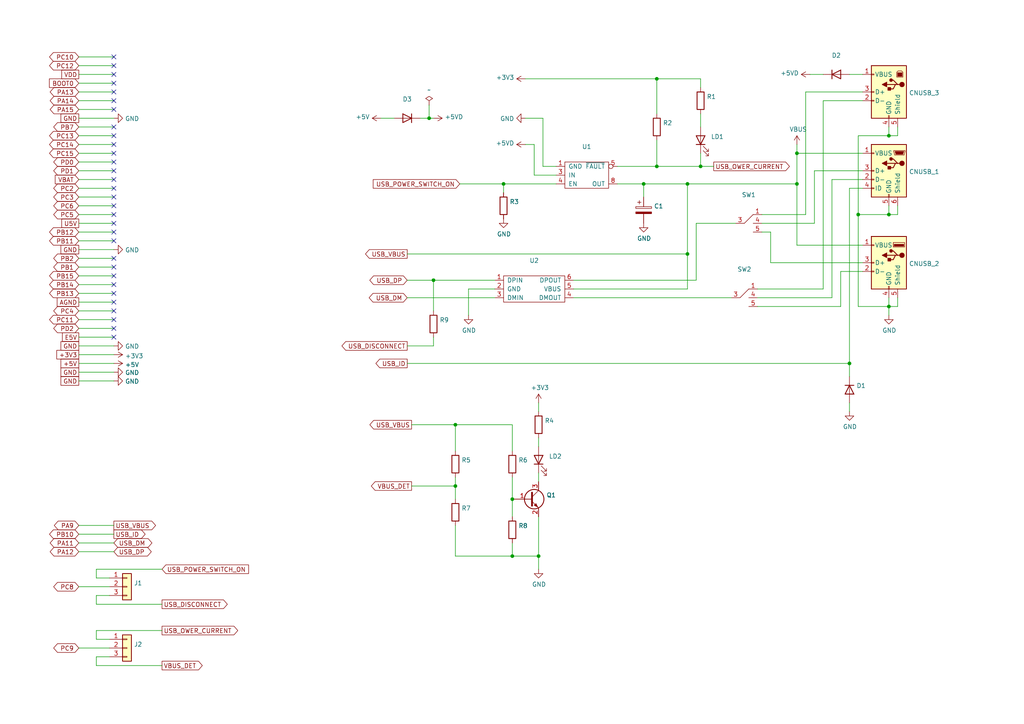
<source format=kicad_sch>
(kicad_sch (version 20211123) (generator eeschema)
  (paper "A4")
  (title_block (date "2020-11-25"))
  (lib_symbols
    (symbol "Connector:USB_A" (pin_names (offset 1.016))
      (property "Reference" "J" (at -5.08 11.43 0))
      (property "Value" "USB_A" (at -5.08 8.89 0))
      (symbol "USB_A_0_1"
        (rectangle (start -5.08 -7.62) (end 5.08 7.62) (stroke (width 0.254)) (fill (type background)))
        (circle (center -3.81 2.159) (radius 0.635) (stroke (width 0.254)) (fill (type outline)))
        (rectangle (start -1.524 4.826) (end -4.318 5.334) (fill (type outline)))
        (rectangle (start -1.27 4.572) (end -4.572 5.842))
        (circle (center -0.635 3.429) (radius 0.381) (stroke (width 0.254)) (fill (type outline)))
        (rectangle (start -0.127 -7.62) (end 0.127 -6.858))
        (polyline (pts (xy -3.175 2.159) (xy -2.54 2.159) (xy -1.27 3.429) (xy -0.635 3.429)) (stroke (width 0.254)))
        (polyline (pts (xy -2.54 2.159) (xy -1.905 2.159) (xy -1.27 0.889) (xy 0 0.889)) (stroke (width 0.254)))
        (polyline (pts (xy 0.635 2.794) (xy 0.635 1.524) (xy 1.905 2.159) (xy 0.635 2.794)) (stroke (width 0.254)) (fill (type outline)))
        (rectangle (start 0.254 1.27) (end -0.508 0.508) (stroke (width 0.254)) (fill (type outline)))
        (rectangle (start 5.08 -2.667) (end 4.318 -2.413))
        (rectangle (start 5.08 -0.127) (end 4.318 0.127))
        (rectangle (start 5.08 4.953) (end 4.318 5.207))
      )
      (symbol "USB_A_1_1"
        (polyline (pts (xy -1.905 2.159) (xy 0.635 2.159)) (stroke (width 0.254)))
        (pin power_in line (at 7.62 5.08 180) (length 2.54) (name "VBUS") (number "1"))
        (pin bidirectional line (at 7.62 -2.54 180) (length 2.54) (name "D-") (number "2"))
        (pin bidirectional line (at 7.62 0 180) (length 2.54) (name "D+") (number "3"))
        (pin power_in line (at 0 -10.16 90) (length 2.54) (name "GND") (number "4"))
        (pin passive line (at -2.54 -10.16 90) (length 2.54) (name "Shield") (number "5"))
      )
    )
    (symbol "Connector:USB_OTG" (pin_names (offset 1.016))
      (property "Reference" "J" (at -5.08 11.43 0))
      (property "Value" "USB_OTG" (at -5.08 8.89 0))
      (symbol "USB_OTG_0_1"
        (rectangle (start -5.08 -7.62) (end 5.08 7.62) (stroke (width 0.254)) (fill (type background)))
        (circle (center -3.81 2.159) (radius 0.635) (stroke (width 0.254)) (fill (type outline)))
        (circle (center -0.635 3.429) (radius 0.381) (stroke (width 0.254)) (fill (type outline)))
        (rectangle (start -0.127 -7.62) (end 0.127 -6.858))
        (polyline (pts (xy -1.905 2.159) (xy 0.635 2.159)) (stroke (width 0.254)))
        (polyline (pts (xy -3.175 2.159) (xy -2.54 2.159) (xy -1.27 3.429) (xy -0.635 3.429)) (stroke (width 0.254)))
        (polyline (pts (xy -2.54 2.159) (xy -1.905 2.159) (xy -1.27 0.889) (xy 0 0.889)) (stroke (width 0.254)))
        (polyline (pts (xy 0.635 2.794) (xy 0.635 1.524) (xy 1.905 2.159) (xy 0.635 2.794)) (stroke (width 0.254)) (fill (type outline)))
        (polyline (pts (xy -4.318 5.588) (xy -1.778 5.588) (xy -2.032 4.826) (xy -4.064 4.826) (xy -4.318 5.588)) (fill (type outline)))
        (polyline (pts (xy -4.699 5.842) (xy -4.699 5.588) (xy -4.445 4.826) (xy -4.445 4.572) (xy -1.651 4.572) (xy -1.651 4.826) (xy -1.397 5.588) (xy -1.397 5.842) (xy -4.699 5.842)))
        (rectangle (start 0.254 1.27) (end -0.508 0.508) (stroke (width 0.254)) (fill (type outline)))
        (rectangle (start 5.08 -5.207) (end 4.318 -4.953))
        (rectangle (start 5.08 -2.667) (end 4.318 -2.413))
        (rectangle (start 5.08 -0.127) (end 4.318 0.127))
        (rectangle (start 5.08 4.953) (end 4.318 5.207))
      )
      (symbol "USB_OTG_1_1"
        (pin passive line (at 7.62 5.08 180) (length 2.54) (name "VBUS") (number "1"))
        (pin bidirectional line (at 7.62 -2.54 180) (length 2.54) (name "D-") (number "2"))
        (pin bidirectional line (at 7.62 0 180) (length 2.54) (name "D+") (number "3"))
        (pin passive line (at 7.62 -5.08 180) (length 2.54) (name "ID") (number "4"))
        (pin passive line (at 0 -10.16 90) (length 2.54) (name "GND") (number "5"))
        (pin passive line (at -2.54 -10.16 90) (length 2.54) (name "Shield") (number "6"))
      )
    )
    (symbol "Connector_Generic:Conn_01x03" (pin_names (offset 1.016) hide)
      (property "Reference" "J" (at 0 5.08 0))
      (property "Value" "Conn_01x03" (at 0 -5.08 0))
      (symbol "Conn_01x03_1_1"
        (rectangle (start -1.27 -2.413) (end 0 -2.667) (stroke (width 0.1524)))
        (rectangle (start -1.27 0.127) (end 0 -0.127) (stroke (width 0.1524)))
        (rectangle (start -1.27 2.667) (end 0 2.413) (stroke (width 0.1524)))
        (rectangle (start -1.27 3.81) (end 1.27 -3.81) (stroke (width 0.254)) (fill (type background)))
        (pin passive line (at -5.08 2.54 0) (length 3.81) (name "Pin_1") (number "1"))
        (pin passive line (at -5.08 0 0) (length 3.81) (name "Pin_2") (number "2"))
        (pin passive line (at -5.08 -2.54 0) (length 3.81) (name "Pin_3") (number "3"))
      )
    )
    (symbol "Device:D" (pin_numbers hide) (pin_names (offset 1.016) hide)
      (property "Reference" "D" (at 0 2.54 0))
      (property "Value" "D" (at 0 -2.54 0))
      (symbol "D_0_1"
        (polyline (pts (xy -1.27 1.27) (xy -1.27 -1.27)) (stroke (width 0.254)))
        (polyline (pts (xy 1.27 0) (xy -1.27 0)))
        (polyline (pts (xy 1.27 1.27) (xy 1.27 -1.27) (xy -1.27 0) (xy 1.27 1.27)) (stroke (width 0.254)))
      )
      (symbol "D_1_1"
        (pin passive line (at -3.81 0 0) (length 2.54) (name "K") (number "1"))
        (pin passive line (at 3.81 0 180) (length 2.54) (name "A") (number "2"))
      )
    )
    (symbol "Device:LED" (pin_numbers hide) (pin_names (offset 1.016) hide)
      (property "Reference" "D" (at 0 2.54 0))
      (property "Value" "LED" (at 0 -2.54 0))
      (symbol "LED_0_1"
        (polyline (pts (xy -1.27 -1.27) (xy -1.27 1.27)) (stroke (width 0.254)))
        (polyline (pts (xy -1.27 0) (xy 1.27 0)))
        (polyline (pts (xy 1.27 -1.27) (xy 1.27 1.27) (xy -1.27 0) (xy 1.27 -1.27)) (stroke (width 0.254)))
        (polyline (pts (xy -3.048 -0.762) (xy -4.572 -2.286) (xy -3.81 -2.286) (xy -4.572 -2.286) (xy -4.572 -1.524)))
        (polyline (pts (xy -1.778 -0.762) (xy -3.302 -2.286) (xy -2.54 -2.286) (xy -3.302 -2.286) (xy -3.302 -1.524)))
      )
      (symbol "LED_1_1"
        (pin passive line (at -3.81 0 0) (length 2.54) (name "K") (number "1"))
        (pin passive line (at 3.81 0 180) (length 2.54) (name "A") (number "2"))
      )
    )
    (symbol "Device:Q_NPN_BEC" (pin_names (offset 0) hide)
      (property "Reference" "Q" (at 5.08 1.27 0))
      (property "Value" "Q_NPN_BEC" (at 5.08 -1.27 0))
      (symbol "Q_NPN_BEC_0_1"
        (polyline (pts (xy 0.635 0.635) (xy 2.54 2.54)))
        (polyline (pts (xy 0.635 -0.635) (xy 2.54 -2.54) (xy 2.54 -2.54)))
        (polyline (pts (xy 0.635 1.905) (xy 0.635 -1.905) (xy 0.635 -1.905)) (stroke (width 0.508)))
        (polyline (pts (xy 1.27 -1.778) (xy 1.778 -1.27) (xy 2.286 -2.286) (xy 1.27 -1.778) (xy 1.27 -1.778)) (fill (type outline)))
        (circle (center 1.27 0) (radius 2.8194) (stroke (width 0.254)))
      )
      (symbol "Q_NPN_BEC_1_1"
        (pin input line (at -5.08 0 0) (length 5.715) (name "B") (number "1"))
        (pin passive line (at 2.54 -5.08 90) (length 2.54) (name "E") (number "2"))
        (pin passive line (at 2.54 5.08 270) (length 2.54) (name "C") (number "3"))
      )
    )
    (symbol "Device:R" (pin_numbers hide) (pin_names (offset 0))
      (property "Reference" "R" (at 2.032 0 90))
      (property "Value" "R" (at 0 0 90))
      (symbol "R_0_1"
        (rectangle (start -1.016 -2.54) (end 1.016 2.54) (stroke (width 0.254)))
      )
      (symbol "R_1_1"
        (pin passive line (at 0 3.81 270) (length 1.27) (name "~") (number "1"))
        (pin passive line (at 0 -3.81 90) (length 1.27) (name "~") (number "2"))
      )
    )
    (symbol "extension_mb1136-rescue:CP-Device" (pin_numbers hide) (pin_names (offset 0.254))
      (property "Reference" "C" (at 0.635 2.54 0))
      (property "Value" "CP-Device" (at 0.635 -2.54 0))
      (symbol "CP-Device_0_1"
        (rectangle (start -2.286 0.508) (end 2.286 1.016))
        (polyline (pts (xy -1.778 2.286) (xy -0.762 2.286)))
        (polyline (pts (xy -1.27 2.794) (xy -1.27 1.778)))
        (rectangle (start 2.286 -0.508) (end -2.286 -1.016) (fill (type outline)))
      )
      (symbol "CP-Device_1_1"
        (pin passive line (at 0 3.81 270) (length 2.794) (name "~") (number "1"))
        (pin passive line (at 0 -3.81 90) (length 2.794) (name "~") (number "2"))
      )
    )
    (symbol "power:+3V3" (power) (pin_names (offset 0))
      (property "Value" "+3V3" (at 0 3.556 0))
      (symbol "+3V3_0_1"
        (polyline (pts (xy -0.762 1.27) (xy 0 2.54)))
        (polyline (pts (xy 0 0) (xy 0 2.54)))
        (polyline (pts (xy 0 2.54) (xy 0.762 1.27)))
      )
      (symbol "+3V3_1_1"
        (pin power_in line (at 0 0 90) (length 0) hide (name "+3V3") (number "1"))
      )
    )
    (symbol "power:+5V" (power) (pin_names (offset 0))
      (property "Value" "+5V" (at 0 3.556 0))
      (symbol "+5V_0_1"
        (polyline (pts (xy -0.762 1.27) (xy 0 2.54)))
        (polyline (pts (xy 0 0) (xy 0 2.54)))
        (polyline (pts (xy 0 2.54) (xy 0.762 1.27)))
      )
      (symbol "+5V_1_1"
        (pin power_in line (at 0 0 90) (length 0) hide (name "+5V") (number "1"))
      )
    )
    (symbol "power:+5VD" (power) (pin_names (offset 0))
      (property "Value" "+5VD" (at 0 3.556 0))
      (symbol "+5VD_0_1"
        (polyline (pts (xy -0.762 1.27) (xy 0 2.54)))
        (polyline (pts (xy 0 0) (xy 0 2.54)))
        (polyline (pts (xy 0 2.54) (xy 0.762 1.27)))
      )
      (symbol "+5VD_1_1"
        (pin power_in line (at 0 0 90) (length 0) hide (name "+5VD") (number "1"))
      )
    )
    (symbol "power:GND" (power) (pin_names (offset 0))
      (property "Value" "GND" (at 0 -3.81 0))
      (symbol "GND_0_1"
        (polyline (pts (xy 0 0) (xy 0 -1.27) (xy 1.27 -1.27) (xy 0 -2.54) (xy -1.27 -1.27) (xy 0 -1.27)))
      )
      (symbol "GND_1_1"
        (pin power_in line (at 0 0 270) (length 0) hide (name "GND") (number "1"))
      )
    )
    (symbol "power:PWR_FLAG" (power) (pin_numbers hide) (pin_names (offset 0) hide)
      (property "Value" "PWR_FLAG" (at 0 3.81 0))
      (symbol "PWR_FLAG_0_0"
        (pin power_out line (at 0 0 90) (length 0) (name "pwr") (number "1"))
      )
      (symbol "PWR_FLAG_0_1"
        (polyline (pts (xy 0 0) (xy 0 1.27) (xy -1.016 1.905) (xy 0 2.54) (xy 1.016 1.905) (xy 0 1.27)))
      )
    )
    (symbol "power:VBUS" (power) (pin_names (offset 0))
      (property "Value" "VBUS" (at 0 3.81 0))
      (symbol "VBUS_0_1"
        (polyline (pts (xy -0.762 1.27) (xy 0 2.54)))
        (polyline (pts (xy 0 0) (xy 0 2.54)))
        (polyline (pts (xy 0 2.54) (xy 0.762 1.27)))
      )
      (symbol "VBUS_1_1"
        (pin power_in line (at 0 0 90) (length 0) hide (name "VBUS") (number "1"))
      )
    )
    (symbol "st:STMPS2151MTR" (pin_names (offset 1.016))
      (property "Reference" "U" (at 0 5.08 0))
      (property "Value" "STMPS2151MTR" (at 0 -6.35 0))
      (symbol "STMPS2151MTR_0_1"
        (rectangle (start 6.35 -3.81) (end -6.35 3.81))
        (pin power_in line (at -8.89 2.54 0) (length 2.54) (name "GND") (number "1"))
        (pin power_in line (at -8.89 0 0) (length 2.54) hide (name "IN") (number "2"))
        (pin power_in line (at -8.89 0 0) (length 2.54) (name "IN") (number "3"))
        (pin input line (at -8.89 -2.54 0) (length 2.54) (name "EN") (number "4"))
        (pin passive line (at 8.89 -2.54 180) (length 2.54) hide (name "OUT") (number "6"))
        (pin passive line (at 8.89 -2.54 180) (length 2.54) hide (name "OUT") (number "7"))
        (pin power_out line (at 8.89 -2.54 180) (length 2.54) (name "OUT") (number "8"))
      )
      (symbol "STMPS2151MTR_1_1"
        (pin output inverted (at 8.89 2.54 180) (length 2.54) (name "~{FAULT}") (number "5"))
      )
    )
    (symbol "st:USBLC6-2" (pin_names (offset 1.016))
      (property "Reference" "U" (at 0 5.08 0))
      (property "Value" "USBLC6-2" (at 0 -5.08 0))
      (symbol "USBLC6-2_0_1"
        (rectangle (start -8.89 3.81) (end 8.89 -3.81))
        (pin passive line (at -11.43 2.54 0) (length 2.54) (name "DPIN") (number "1"))
        (pin power_in line (at -11.43 0 0) (length 2.54) (name "GND") (number "2"))
        (pin passive line (at -11.43 -2.54 0) (length 2.54) (name "DMIN") (number "3"))
        (pin passive line (at 11.43 -2.54 180) (length 2.54) (name "DMOUT") (number "4"))
        (pin power_in line (at 11.43 0 180) (length 2.54) (name "VBUS") (number "5"))
        (pin passive line (at 11.43 2.54 180) (length 2.54) (name "DPOUT") (number "6"))
      )
    )
    (symbol "usb_connector_switch:USB_BP" (pin_names (offset 1.016))
      (property "Reference" "J" (at 0 8.89 0))
      (property "Value" "USB_BP" (at 0 11.43 0))
      (symbol "USB_BP_1_1"
        (rectangle (start -5.08 -7.62) (end 5.08 7.62) (stroke (width 0.254)) (fill (type background)))
        (circle (center -3.81 2.159) (radius 0.635) (stroke (width 0.254)) (fill (type outline)))
        (rectangle (start -3.81 5.588) (end -2.54 4.572) (fill (type outline)))
        (circle (center -0.635 3.429) (radius 0.381) (stroke (width 0.254)) (fill (type outline)))
        (rectangle (start -0.127 -7.62) (end 0.127 -6.858))
        (polyline (pts (xy -1.905 2.159) (xy 0.635 2.159)) (stroke (width 0.254)))
        (polyline (pts (xy -3.175 2.159) (xy -2.54 2.159) (xy -1.27 3.429) (xy -0.635 3.429)) (stroke (width 0.254)))
        (polyline (pts (xy -2.54 2.159) (xy -1.905 2.159) (xy -1.27 0.889) (xy 0 0.889)) (stroke (width 0.254)))
        (polyline (pts (xy 0.635 2.794) (xy 0.635 1.524) (xy 1.905 2.159) (xy 0.635 2.794)) (stroke (width 0.254)) (fill (type outline)))
        (polyline (pts (xy -4.064 4.318) (xy -2.286 4.318) (xy -2.286 5.715) (xy -2.667 6.096) (xy -3.683 6.096) (xy -4.064 5.715) (xy -4.064 4.318)))
        (rectangle (start 0.254 1.27) (end -0.508 0.508) (stroke (width 0.254)) (fill (type outline)))
        (rectangle (start 5.08 -2.667) (end 4.318 -2.413))
        (rectangle (start 5.08 -0.127) (end 4.318 0.127))
        (rectangle (start 5.08 4.953) (end 4.318 5.207))
        (pin passive line (at 7.62 5.08 180) (length 2.54) (name "VBUS") (number "1"))
        (pin bidirectional line (at 7.62 -2.54 180) (length 2.54) (name "D-") (number "2"))
        (pin bidirectional line (at 7.62 0 180) (length 2.54) (name "D+") (number "3"))
        (pin passive line (at 0 -10.16 90) (length 2.54) (name "GND") (number "4"))
        (pin passive line (at -2.54 -10.16 90) (length 2.54) (name "Shield") (number "5"))
      )
    )
    (symbol "usb_connector_switch:USB_SEL" (pin_names (offset 1.016))
      (property "Reference" "SW" (at 0 -3.81 0))
      (property "Value" "USB_SEL" (at 0 5.08 0))
      (symbol "USB_SEL_0_1"
        (polyline (pts (xy -1.27 0) (xy 1.27 2.54)))
      )
      (symbol "USB_SEL_1_1"
        (pin passive line (at 3.81 2.54 180) (length 2.54) (name "~") (number "1"))
        (pin no_connect line (at -3.81 2.54 0) (length 2.54) hide (name "~") (number "2"))
        (pin passive line (at -3.81 0 0) (length 2.54) (name "~") (number "3"))
        (pin passive line (at 3.81 0 180) (length 2.54) (name "~") (number "4"))
        (pin passive line (at 3.81 -2.54 180) (length 2.54) (name "~") (number "5"))
        (pin no_connect line (at -3.81 -2.54 0) (length 2.54) hide (name "~") (number "6"))
      )
    )
  )
  (junction (at 199.39 53.34))
  (junction (at 231.14 53.34))
  (junction (at 148.59 161.29))
  (junction (at 257.81 62.23))
  (junction (at 248.92 62.23))
  (junction (at 199.39 73.66))
  (junction (at 246.38 105.41))
  (junction (at 156.21 161.29))
  (junction (at 257.81 88.9))
  (junction (at 190.5 48.26))
  (junction (at 186.69 53.34))
  (junction (at 190.5 22.86))
  (junction (at 132.08 123.19))
  (junction (at 132.08 140.97))
  (junction (at 148.59 144.78))
  (junction (at 146.05 53.34))
  (junction (at 125.73 81.28))
  (junction (at 231.14 44.45))
  (junction (at 257.81 39.37))
  (junction (at 203.2 48.26))
  (junction (at 124.46 34.29))
  (no_connect (at 33.02 52.07))
  (no_connect (at 33.02 90.17))
  (no_connect (at 33.02 41.91))
  (no_connect (at 33.02 62.23))
  (no_connect (at 33.02 82.55))
  (no_connect (at 33.02 26.67))
  (no_connect (at 33.02 36.83))
  (no_connect (at 33.02 80.01))
  (no_connect (at 33.02 85.09))
  (no_connect (at 33.02 16.51))
  (no_connect (at 33.02 39.37))
  (no_connect (at 33.02 59.69))
  (no_connect (at 33.02 97.79))
  (no_connect (at 33.02 29.21))
  (no_connect (at 33.02 49.53))
  (no_connect (at 33.02 24.13))
  (no_connect (at 33.02 64.77))
  (no_connect (at 33.02 69.85))
  (no_connect (at 33.02 57.15))
  (no_connect (at 33.02 74.93))
  (no_connect (at 33.02 67.31))
  (no_connect (at 33.02 46.99))
  (no_connect (at 33.02 54.61))
  (no_connect (at 33.02 19.05))
  (no_connect (at 33.02 21.59))
  (no_connect (at 33.02 95.25))
  (no_connect (at 33.02 44.45))
  (no_connect (at 33.02 87.63))
  (no_connect (at 33.02 92.71))
  (no_connect (at 33.02 31.75))
  (no_connect (at 33.02 77.47))
  (wire (pts (xy 33.02 82.55) (xy 22.86 82.55)))
  (wire (pts (xy 257.81 62.23) (xy 248.92 62.23)))
  (wire (pts (xy 148.59 144.78) (xy 148.59 149.86)))
  (wire (pts (xy 33.02 85.09) (xy 22.86 85.09)))
  (wire (pts (xy 33.02 72.39) (xy 22.86 72.39)))
  (wire (pts (xy 157.48 48.26) (xy 161.29 48.26)))
  (wire (pts (xy 148.59 161.29) (xy 156.21 161.29)))
  (wire (pts (xy 22.86 34.29) (xy 33.02 34.29)))
  (wire (pts (xy 22.86 52.07) (xy 33.02 52.07)))
  (wire (pts (xy 33.02 67.31) (xy 22.86 67.31)))
  (wire (pts (xy 156.21 127) (xy 156.21 129.54)))
  (wire (pts (xy 22.86 31.75) (xy 33.02 31.75)))
  (wire (pts (xy 146.05 53.34) (xy 146.05 55.88)))
  (wire (pts (xy 233.68 62.23) (xy 220.98 62.23)))
  (wire (pts (xy 156.21 137.16) (xy 156.21 139.7)))
  (wire (pts (xy 110.49 34.29) (xy 114.3 34.29)))
  (wire (pts (xy 132.08 138.43) (xy 132.08 140.97)))
  (wire (pts (xy 166.37 86.36) (xy 212.09 86.36)))
  (wire (pts (xy 121.92 34.29) (xy 124.46 34.29)))
  (wire (pts (xy 22.86 41.91) (xy 33.02 41.91)))
  (wire (pts (xy 203.2 22.86) (xy 203.2 25.4)))
  (wire (pts (xy 33.02 80.01) (xy 22.86 80.01)))
  (wire (pts (xy 124.46 34.29) (xy 125.73 34.29)))
  (wire (pts (xy 223.52 67.31) (xy 220.98 67.31)))
  (wire (pts (xy 166.37 83.82) (xy 199.39 83.82)))
  (wire (pts (xy 260.35 59.69) (xy 260.35 62.23)))
  (wire (pts (xy 22.86 21.59) (xy 33.02 21.59)))
  (wire (pts (xy 236.22 64.77) (xy 220.98 64.77)))
  (wire (pts (xy 33.02 87.63) (xy 22.86 87.63)))
  (wire (pts (xy 27.94 167.64) (xy 27.94 165.1)))
  (wire (pts (xy 219.71 86.36) (xy 241.3 86.36)))
  (wire (pts (xy 246.38 116.84) (xy 246.38 119.38)))
  (wire (pts (xy 146.05 53.34) (xy 161.29 53.34)))
  (wire (pts (xy 250.19 49.53) (xy 236.22 49.53)))
  (wire (pts (xy 257.81 39.37) (xy 248.92 39.37)))
  (wire (pts (xy 118.11 86.36) (xy 143.51 86.36)))
  (wire (pts (xy 257.81 88.9) (xy 257.81 91.44)))
  (wire (pts (xy 250.19 26.67) (xy 233.68 26.67)))
  (wire (pts (xy 152.4 22.86) (xy 190.5 22.86)))
  (wire (pts (xy 132.08 161.29) (xy 148.59 161.29)))
  (wire (pts (xy 231.14 71.12) (xy 250.19 71.12)))
  (wire (pts (xy 231.14 41.91) (xy 231.14 44.45)))
  (wire (pts (xy 213.36 64.77) (xy 201.93 64.77)))
  (wire (pts (xy 156.21 116.84) (xy 156.21 119.38)))
  (wire (pts (xy 132.08 123.19) (xy 132.08 130.81)))
  (wire (pts (xy 250.19 44.45) (xy 231.14 44.45)))
  (wire (pts (xy 27.94 190.5) (xy 27.94 193.04)))
  (wire (pts (xy 190.5 22.86) (xy 190.5 33.02)))
  (wire (pts (xy 22.86 187.96) (xy 31.75 187.96)))
  (wire (pts (xy 260.35 39.37) (xy 257.81 39.37)))
  (wire (pts (xy 248.92 62.23) (xy 248.92 88.9)))
  (wire (pts (xy 257.81 36.83) (xy 257.81 39.37)))
  (wire (pts (xy 125.73 90.17) (xy 125.73 81.28)))
  (wire (pts (xy 186.69 57.15) (xy 186.69 53.34)))
  (wire (pts (xy 248.92 88.9) (xy 257.81 88.9)))
  (wire (pts (xy 154.94 41.91) (xy 154.94 50.8)))
  (wire (pts (xy 31.75 172.72) (xy 27.94 172.72)))
  (wire (pts (xy 125.73 100.33) (xy 125.73 97.79)))
  (wire (pts (xy 31.75 185.42) (xy 27.94 185.42)))
  (wire (pts (xy 233.68 26.67) (xy 233.68 62.23)))
  (wire (pts (xy 154.94 50.8) (xy 161.29 50.8)))
  (wire (pts (xy 148.59 123.19) (xy 148.59 130.81)))
  (wire (pts (xy 179.07 53.34) (xy 186.69 53.34)))
  (wire (pts (xy 248.92 39.37) (xy 248.92 62.23)))
  (wire (pts (xy 219.71 83.82) (xy 238.76 83.82)))
  (wire (pts (xy 27.94 172.72) (xy 27.94 175.26)))
  (wire (pts (xy 250.19 52.07) (xy 241.3 52.07)))
  (wire (pts (xy 257.81 59.69) (xy 257.81 62.23)))
  (wire (pts (xy 236.22 49.53) (xy 236.22 64.77)))
  (wire (pts (xy 246.38 54.61) (xy 250.19 54.61)))
  (wire (pts (xy 257.81 86.36) (xy 257.81 88.9)))
  (wire (pts (xy 132.08 152.4) (xy 132.08 161.29)))
  (wire (pts (xy 246.38 21.59) (xy 250.19 21.59)))
  (wire (pts (xy 22.86 36.83) (xy 33.02 36.83)))
  (wire (pts (xy 124.46 30.48) (xy 124.46 34.29)))
  (wire (pts (xy 22.86 44.45) (xy 33.02 44.45)))
  (wire (pts (xy 22.86 154.94) (xy 33.02 154.94)))
  (wire (pts (xy 22.86 16.51) (xy 33.02 16.51)))
  (wire (pts (xy 260.35 62.23) (xy 257.81 62.23)))
  (wire (pts (xy 223.52 76.2) (xy 223.52 67.31)))
  (wire (pts (xy 22.86 152.4) (xy 33.02 152.4)))
  (wire (pts (xy 33.02 157.48) (xy 22.86 157.48)))
  (wire (pts (xy 133.35 53.34) (xy 146.05 53.34)))
  (wire (pts (xy 27.94 185.42) (xy 27.94 182.88)))
  (wire (pts (xy 33.02 92.71) (xy 22.86 92.71)))
  (wire (pts (xy 118.11 81.28) (xy 125.73 81.28)))
  (wire (pts (xy 186.69 53.34) (xy 199.39 53.34)))
  (wire (pts (xy 31.75 190.5) (xy 27.94 190.5)))
  (wire (pts (xy 22.86 170.18) (xy 31.75 170.18)))
  (wire (pts (xy 33.02 62.23) (xy 22.86 62.23)))
  (wire (pts (xy 27.94 193.04) (xy 46.99 193.04)))
  (wire (pts (xy 33.02 100.33) (xy 22.86 100.33)))
  (wire (pts (xy 118.11 105.41) (xy 246.38 105.41)))
  (wire (pts (xy 199.39 53.34) (xy 231.14 53.34)))
  (wire (pts (xy 118.11 73.66) (xy 199.39 73.66)))
  (wire (pts (xy 27.94 165.1) (xy 46.99 165.1)))
  (wire (pts (xy 203.2 33.02) (xy 203.2 36.83)))
  (wire (pts (xy 238.76 29.21) (xy 250.19 29.21)))
  (wire (pts (xy 250.19 76.2) (xy 223.52 76.2)))
  (wire (pts (xy 190.5 48.26) (xy 203.2 48.26)))
  (wire (pts (xy 33.02 69.85) (xy 22.86 69.85)))
  (wire (pts (xy 166.37 81.28) (xy 201.93 81.28)))
  (wire (pts (xy 27.94 175.26) (xy 46.99 175.26)))
  (wire (pts (xy 201.93 64.77) (xy 201.93 81.28)))
  (wire (pts (xy 22.86 39.37) (xy 33.02 39.37)))
  (wire (pts (xy 22.86 46.99) (xy 33.02 46.99)))
  (wire (pts (xy 125.73 81.28) (xy 143.51 81.28)))
  (wire (pts (xy 33.02 95.25) (xy 22.86 95.25)))
  (wire (pts (xy 179.07 48.26) (xy 190.5 48.26)))
  (wire (pts (xy 33.02 64.77) (xy 22.86 64.77)))
  (wire (pts (xy 22.86 19.05) (xy 33.02 19.05)))
  (wire (pts (xy 33.02 160.02) (xy 22.86 160.02)))
  (wire (pts (xy 203.2 48.26) (xy 207.01 48.26)))
  (wire (pts (xy 231.14 53.34) (xy 231.14 44.45)))
  (wire (pts (xy 250.19 78.74) (xy 243.84 78.74)))
  (wire (pts (xy 199.39 83.82) (xy 199.39 73.66)))
  (wire (pts (xy 148.59 138.43) (xy 148.59 144.78)))
  (wire (pts (xy 119.38 123.19) (xy 132.08 123.19)))
  (wire (pts (xy 246.38 54.61) (xy 246.38 105.41)))
  (wire (pts (xy 243.84 88.9) (xy 219.71 88.9)))
  (wire (pts (xy 199.39 53.34) (xy 199.39 73.66)))
  (wire (pts (xy 33.02 102.87) (xy 22.86 102.87)))
  (wire (pts (xy 22.86 26.67) (xy 33.02 26.67)))
  (wire (pts (xy 241.3 86.36) (xy 241.3 52.07)))
  (wire (pts (xy 22.86 54.61) (xy 33.02 54.61)))
  (wire (pts (xy 22.86 107.95) (xy 33.02 107.95)))
  (wire (pts (xy 22.86 57.15) (xy 33.02 57.15)))
  (wire (pts (xy 234.95 21.59) (xy 238.76 21.59)))
  (wire (pts (xy 135.89 83.82) (xy 135.89 91.44)))
  (wire (pts (xy 22.86 24.13) (xy 33.02 24.13)))
  (wire (pts (xy 246.38 105.41) (xy 246.38 109.22)))
  (wire (pts (xy 203.2 48.26) (xy 203.2 44.45)))
  (wire (pts (xy 238.76 29.21) (xy 238.76 83.82)))
  (wire (pts (xy 152.4 41.91) (xy 154.94 41.91)))
  (wire (pts (xy 190.5 22.86) (xy 203.2 22.86)))
  (wire (pts (xy 33.02 90.17) (xy 22.86 90.17)))
  (wire (pts (xy 152.4 34.29) (xy 157.48 34.29)))
  (wire (pts (xy 143.51 83.82) (xy 135.89 83.82)))
  (wire (pts (xy 33.02 97.79) (xy 22.86 97.79)))
  (wire (pts (xy 156.21 149.86) (xy 156.21 161.29)))
  (wire (pts (xy 22.86 29.21) (xy 33.02 29.21)))
  (wire (pts (xy 148.59 157.48) (xy 148.59 161.29)))
  (wire (pts (xy 231.14 71.12) (xy 231.14 53.34)))
  (wire (pts (xy 260.35 86.36) (xy 260.35 88.9)))
  (wire (pts (xy 260.35 88.9) (xy 257.81 88.9)))
  (wire (pts (xy 156.21 161.29) (xy 156.21 165.1)))
  (wire (pts (xy 243.84 78.74) (xy 243.84 88.9)))
  (wire (pts (xy 119.38 140.97) (xy 132.08 140.97)))
  (wire (pts (xy 260.35 36.83) (xy 260.35 39.37)))
  (wire (pts (xy 118.11 100.33) (xy 125.73 100.33)))
  (wire (pts (xy 33.02 77.47) (xy 22.86 77.47)))
  (wire (pts (xy 132.08 123.19) (xy 148.59 123.19)))
  (wire (pts (xy 31.75 167.64) (xy 27.94 167.64)))
  (wire (pts (xy 33.02 59.69) (xy 22.86 59.69)))
  (wire (pts (xy 27.94 182.88) (xy 46.99 182.88)))
  (wire (pts (xy 190.5 40.64) (xy 190.5 48.26)))
  (wire (pts (xy 22.86 49.53) (xy 33.02 49.53)))
  (wire (pts (xy 157.48 34.29) (xy 157.48 48.26)))
  (wire (pts (xy 132.08 140.97) (xy 132.08 144.78)))
  (wire (pts (xy 33.02 110.49) (xy 22.86 110.49)))
  (wire (pts (xy 33.02 105.41) (xy 22.86 105.41)))
  (wire (pts (xy 33.02 74.93) (xy 22.86 74.93)))
  (global_label "PC13" (shape bidirectional) (at 22.86 39.37 180) (property "Intersheet References" "${INTERSHEET_REFS}" (effects hide)))
  (global_label "USB_DM" (shape bidirectional) (at 33.02 157.48 0) (property "Intersheet References" "${INTERSHEET_REFS}" (effects hide)))
  (global_label "USB_DM" (shape bidirectional) (at 118.11 86.36 180) (property "Intersheet References" "${INTERSHEET_REFS}" (effects hide)))
  (global_label "+5V" (shape passive) (at 22.86 105.41 180) (property "Intersheet References" "${INTERSHEET_REFS}" (effects hide)))
  (global_label "U5V" (shape passive) (at 22.86 64.77 180) (property "Intersheet References" "${INTERSHEET_REFS}" (effects hide)))
  (global_label "USB_DISCONNECT" (shape output) (at 118.11 100.33 180) (property "Intersheet References" "${INTERSHEET_REFS}" (effects hide)))
  (global_label "USB_DISCONNECT" (shape output) (at 46.99 175.26 0) (property "Intersheet References" "${INTERSHEET_REFS}" (effects hide)))
  (global_label "PC4" (shape bidirectional) (at 22.86 90.17 180) (property "Intersheet References" "${INTERSHEET_REFS}" (effects hide)))
  (global_label "USB_VBUS" (shape output) (at 118.11 73.66 180) (property "Intersheet References" "${INTERSHEET_REFS}" (effects hide)))
  (global_label "AGND" (shape passive) (at 22.86 87.63 180) (property "Intersheet References" "${INTERSHEET_REFS}" (effects hide)))
  (global_label "PC6" (shape bidirectional) (at 22.86 59.69 180) (property "Intersheet References" "${INTERSHEET_REFS}" (effects hide)))
  (global_label "PB14" (shape bidirectional) (at 22.86 82.55 180) (property "Intersheet References" "${INTERSHEET_REFS}" (effects hide)))
  (global_label "VBUS_DET" (shape output) (at 119.38 140.97 180) (property "Intersheet References" "${INTERSHEET_REFS}" (effects hide)))
  (global_label "GND" (shape passive) (at 22.86 107.95 180) (property "Intersheet References" "${INTERSHEET_REFS}" (effects hide)))
  (global_label "PB11" (shape bidirectional) (at 22.86 69.85 180) (property "Intersheet References" "${INTERSHEET_REFS}" (effects hide)))
  (global_label "PB15" (shape bidirectional) (at 22.86 80.01 180) (property "Intersheet References" "${INTERSHEET_REFS}" (effects hide)))
  (global_label "VBUS_DET" (shape output) (at 46.99 193.04 0) (property "Intersheet References" "${INTERSHEET_REFS}" (effects hide)))
  (global_label "BOOT0" (shape input) (at 22.86 24.13 180) (property "Intersheet References" "${INTERSHEET_REFS}" (effects hide)))
  (global_label "PC11" (shape bidirectional) (at 22.86 92.71 180) (property "Intersheet References" "${INTERSHEET_REFS}" (effects hide)))
  (global_label "USB_DP" (shape bidirectional) (at 118.11 81.28 180) (property "Intersheet References" "${INTERSHEET_REFS}" (effects hide)))
  (global_label "PB2" (shape bidirectional) (at 22.86 74.93 180) (property "Intersheet References" "${INTERSHEET_REFS}" (effects hide)))
  (global_label "PD0" (shape bidirectional) (at 22.86 46.99 180) (property "Intersheet References" "${INTERSHEET_REFS}" (effects hide)))
  (global_label "PB7" (shape bidirectional) (at 22.86 36.83 180) (property "Intersheet References" "${INTERSHEET_REFS}" (effects hide)))
  (global_label "USB_VBUS" (shape output) (at 119.38 123.19 180) (property "Intersheet References" "${INTERSHEET_REFS}" (effects hide)))
  (global_label "GND" (shape passive) (at 22.86 72.39 180) (property "Intersheet References" "${INTERSHEET_REFS}" (effects hide)))
  (global_label "PB13" (shape bidirectional) (at 22.86 85.09 180) (property "Intersheet References" "${INTERSHEET_REFS}" (effects hide)))
  (global_label "VDD" (shape passive) (at 22.86 21.59 180) (property "Intersheet References" "${INTERSHEET_REFS}" (effects hide)))
  (global_label "PA13" (shape bidirectional) (at 22.86 26.67 180) (property "Intersheet References" "${INTERSHEET_REFS}" (effects hide)))
  (global_label "PC10" (shape bidirectional) (at 22.86 16.51 180) (property "Intersheet References" "${INTERSHEET_REFS}" (effects hide)))
  (global_label "USB_ID" (shape output) (at 33.02 154.94 0) (property "Intersheet References" "${INTERSHEET_REFS}" (effects hide)))
  (global_label "PB1" (shape bidirectional) (at 22.86 77.47 180) (property "Intersheet References" "${INTERSHEET_REFS}" (effects hide)))
  (global_label "PD1" (shape bidirectional) (at 22.86 49.53 180) (property "Intersheet References" "${INTERSHEET_REFS}" (effects hide)))
  (global_label "GND" (shape passive) (at 22.86 34.29 180) (property "Intersheet References" "${INTERSHEET_REFS}" (effects hide)))
  (global_label "USB_OWER_CURRENT" (shape output) (at 207.01 48.26 0) (property "Intersheet References" "${INTERSHEET_REFS}" (effects hide)))
  (global_label "PA14" (shape bidirectional) (at 22.86 29.21 180) (property "Intersheet References" "${INTERSHEET_REFS}" (effects hide)))
  (global_label "USB_VBUS" (shape output) (at 33.02 152.4 0) (property "Intersheet References" "${INTERSHEET_REFS}" (effects hide)))
  (global_label "PC8" (shape bidirectional) (at 22.86 170.18 180) (property "Intersheet References" "${INTERSHEET_REFS}" (effects hide)))
  (global_label "PA12" (shape bidirectional) (at 22.86 160.02 180) (property "Intersheet References" "${INTERSHEET_REFS}" (effects hide)))
  (global_label "PD2" (shape bidirectional) (at 22.86 95.25 180) (property "Intersheet References" "${INTERSHEET_REFS}" (effects hide)))
  (global_label "PA15" (shape bidirectional) (at 22.86 31.75 180) (property "Intersheet References" "${INTERSHEET_REFS}" (effects hide)))
  (global_label "PA9" (shape bidirectional) (at 22.86 152.4 180) (property "Intersheet References" "${INTERSHEET_REFS}" (effects hide)))
  (global_label "VBAT" (shape input) (at 22.86 52.07 180) (property "Intersheet References" "${INTERSHEET_REFS}" (effects hide)))
  (global_label "PC14" (shape bidirectional) (at 22.86 41.91 180) (property "Intersheet References" "${INTERSHEET_REFS}" (effects hide)))
  (global_label "PC3" (shape bidirectional) (at 22.86 57.15 180) (property "Intersheet References" "${INTERSHEET_REFS}" (effects hide)))
  (global_label "E5V" (shape passive) (at 22.86 97.79 180) (property "Intersheet References" "${INTERSHEET_REFS}" (effects hide)))
  (global_label "PB12" (shape bidirectional) (at 22.86 67.31 180) (property "Intersheet References" "${INTERSHEET_REFS}" (effects hide)))
  (global_label "PB10" (shape bidirectional) (at 22.86 154.94 180) (property "Intersheet References" "${INTERSHEET_REFS}" (effects hide)))
  (global_label "USB_POWER_SWITCH_ON" (shape input) (at 46.99 165.1 0) (property "Intersheet References" "${INTERSHEET_REFS}" (effects hide)))
  (global_label "PC12" (shape bidirectional) (at 22.86 19.05 180) (property "Intersheet References" "${INTERSHEET_REFS}" (effects hide)))
  (global_label "PC9" (shape bidirectional) (at 22.86 187.96 180) (property "Intersheet References" "${INTERSHEET_REFS}" (effects hide)))
  (global_label "USB_DP" (shape bidirectional) (at 33.02 160.02 0) (property "Intersheet References" "${INTERSHEET_REFS}" (effects hide)))
  (global_label "PA11" (shape bidirectional) (at 22.86 157.48 180) (property "Intersheet References" "${INTERSHEET_REFS}" (effects hide)))
  (global_label "GND" (shape passive) (at 22.86 110.49 180) (property "Intersheet References" "${INTERSHEET_REFS}" (effects hide)))
  (global_label "PC15" (shape bidirectional) (at 22.86 44.45 180) (property "Intersheet References" "${INTERSHEET_REFS}" (effects hide)))
  (global_label "USB_ID" (shape output) (at 118.11 105.41 180) (property "Intersheet References" "${INTERSHEET_REFS}" (effects hide)))
  (global_label "GND" (shape passive) (at 22.86 100.33 180) (property "Intersheet References" "${INTERSHEET_REFS}" (effects hide)))
  (global_label "PC2" (shape bidirectional) (at 22.86 54.61 180) (property "Intersheet References" "${INTERSHEET_REFS}" (effects hide)))
  (global_label "USB_OWER_CURRENT" (shape output) (at 46.99 182.88 0) (property "Intersheet References" "${INTERSHEET_REFS}" (effects hide)))
  (global_label "USB_POWER_SWITCH_ON" (shape input) (at 133.35 53.34 180) (property "Intersheet References" "${INTERSHEET_REFS}" (effects hide)))
  (global_label "PC5" (shape bidirectional) (at 22.86 62.23 180) (property "Intersheet References" "${INTERSHEET_REFS}" (effects hide)))
  (global_label "+3V3" (shape passive) (at 22.86 102.87 180) (property "Intersheet References" "${INTERSHEET_REFS}" (effects hide)))
  (symbol (lib_id "Connector:USB_OTG") (at 257.81 49.53 0) (mirror y) (unit 1)
    (property "Reference" "CNUSB_1" (at 263.652 49.8094 0) (effects (justify right)))
    (property "Datasheet" " ~" (effects hide))
  )
  (symbol (lib_id "power:GND") (at 135.89 91.44 0) (unit 1)
    (property "Reference" "#PWR0115" (effects hide))
  )
  (symbol (lib_id "st:USBLC6-2") (at 154.94 83.82 0) (unit 1)
    (property "Reference" "U2" (at 154.94 75.565 0))
    (property "Datasheet" "https://www.st.com/resource/en/datasheet/usblc6-2.pdf" (effects hide))
  )
  (symbol (lib_id "power:VBUS") (at 231.14 41.91 0) (unit 1)
    (property "Reference" "#PWR0109" (effects hide))
  )
  (symbol (lib_id "st:STMPS2151MTR") (at 170.18 50.8 0) (unit 1)
    (property "Reference" "U1" (at 170.18 42.545 0))
    (property "Datasheet" "https://www.st.com/resource/en/datasheet/stmps2141.pdf" (effects hide))
  )
  (symbol (lib_id "Connector_Generic:Conn_01x03") (at 36.83 170.18 0) (unit 1)
    (property "Reference" "J1" (at 38.862 169.1132 0) (effects (justify left)))
  )
  (symbol (lib_id "Connector_Generic:Conn_01x03") (at 36.83 187.96 0) (unit 1)
    (property "Reference" "J2" (at 38.862 186.8932 0) (effects (justify left)))
  )
  (symbol (lib_id "power:+5V") (at 33.02 105.41 270) (unit 1)
    (property "Reference" "#PWR0112" (effects hide))
  )
  (symbol (lib_id "power:GND") (at 33.02 100.33 90) (mirror x) (unit 1)
    (property "Reference" "#PWR0102" (effects hide))
  )
  (symbol (lib_id "power:+3V3") (at 33.02 102.87 270) (unit 1)
    (property "Reference" "#PWR0103" (effects hide))
  )
  (symbol (lib_id "power:GND") (at 33.02 107.95 90) (mirror x) (unit 1)
    (property "Reference" "#PWR0118" (effects hide))
  )
  (symbol (lib_id "power:GND") (at 33.02 110.49 90) (mirror x) (unit 1)
    (property "Reference" "#PWR0119" (effects hide))
  )
  (symbol (lib_id "power:GND") (at 33.02 34.29 90) (mirror x) (unit 1)
    (property "Reference" "#PWR0120" (effects hide))
  )
  (symbol (lib_id "Connector:USB_A") (at 257.81 76.2 0) (mirror y) (unit 1)
    (property "Reference" "CNUSB_2" (at 263.652 76.4794 0) (effects (justify right)))
    (property "Datasheet" " ~" (effects hide))
  )
  (symbol (lib_id "Device:R") (at 203.2 29.21 0) (unit 1)
    (property "Reference" "R1" (at 204.978 28.0416 0) (effects (justify left)))
  )
  (symbol (lib_id "extension_mb1136-rescue:CP-Device") (at 186.69 60.96 0) (unit 1)
    (property "Reference" "C1" (at 189.6872 59.7916 0) (effects (justify left)))
  )
  (symbol (lib_id "power:GND") (at 186.69 64.77 0) (unit 1)
    (property "Reference" "#PWR0106" (effects hide))
  )
  (symbol (lib_id "Device:LED") (at 203.2 40.64 90) (unit 1)
    (property "Reference" "LD1" (at 206.1972 39.6494 90) (effects (justify right)))
  )
  (symbol (lib_id "Device:R") (at 190.5 36.83 0) (unit 1)
    (property "Reference" "R2" (at 192.278 35.6616 0) (effects (justify left)))
  )
  (symbol (lib_id "Device:R") (at 132.08 134.62 0) (unit 1)
    (property "Reference" "R5" (at 133.858 133.4516 0) (effects (justify left)))
  )
  (symbol (lib_id "Device:R") (at 132.08 148.59 0) (unit 1)
    (property "Reference" "R7" (at 133.858 147.4216 0) (effects (justify left)))
  )
  (symbol (lib_id "Device:Q_NPN_BEC") (at 153.67 144.78 0) (unit 1)
    (property "Reference" "Q1" (at 158.496 143.6116 0) (effects (justify left)))
  )
  (symbol (lib_id "Device:R") (at 156.21 123.19 0) (unit 1)
    (property "Reference" "R4" (at 157.988 122.0216 0) (effects (justify left)))
  )
  (symbol (lib_id "Device:LED") (at 156.21 133.35 90) (unit 1)
    (property "Reference" "LD2" (at 159.2072 132.3594 90) (effects (justify right)))
  )
  (symbol (lib_id "Device:R") (at 148.59 134.62 0) (unit 1)
    (property "Reference" "R6" (at 150.368 133.4516 0) (effects (justify left)))
  )
  (symbol (lib_id "power:+3V3") (at 156.21 116.84 0) (unit 1)
    (property "Reference" "#PWR0101" (effects hide))
  )
  (symbol (lib_id "power:GND") (at 156.21 165.1 0) (unit 1)
    (property "Reference" "#PWR0104" (effects hide))
  )
  (symbol (lib_id "Device:R") (at 148.59 153.67 0) (unit 1)
    (property "Reference" "R8" (at 150.368 152.5016 0) (effects (justify left)))
  )
  (symbol (lib_id "Device:D") (at 118.11 34.29 0) (mirror y) (unit 1)
    (property "Reference" "D3" (at 118.11 28.7782 0))
  )
  (symbol (lib_id "power:+5V") (at 110.49 34.29 90) (unit 1)
    (property "Reference" "#PWR?" (effects hide))
  )
  (symbol (lib_id "power:+5VD") (at 125.73 34.29 270) (mirror x) (unit 1)
    (property "Reference" "#PWR?" (effects hide))
  )
  (symbol (lib_id "power:PWR_FLAG") (at 124.46 30.48 0) (unit 1)
    (property "Reference" "#FLG?" (effects hide))
  )
  (symbol (lib_id "power:GND") (at 257.81 91.44 0) (unit 1)
    (property "Reference" "#PWR0105" (effects hide))
  )
  (symbol (lib_id "Device:R") (at 146.05 59.69 0) (unit 1)
    (property "Reference" "R3" (at 147.828 58.5216 0) (effects (justify left)))
  )
  (symbol (lib_id "power:GND") (at 146.05 63.5 0) (unit 1)
    (property "Reference" "#PWR0111" (effects hide))
  )
  (symbol (lib_id "power:+5VD") (at 152.4 41.91 90) (unit 1)
    (property "Reference" "#PWR0107" (effects hide))
  )
  (symbol (lib_id "power:GND") (at 152.4 34.29 270) (unit 1)
    (property "Reference" "#PWR0113" (effects hide))
  )
  (symbol (lib_id "Device:D") (at 246.38 113.03 270) (unit 1)
    (property "Reference" "D1" (at 248.412 111.8616 90) (effects (justify left)))
  )
  (symbol (lib_id "power:GND") (at 246.38 119.38 0) (unit 1)
    (property "Reference" "#PWR0114" (effects hide))
  )
  (symbol (lib_id "usb_connector_switch:USB_SEL") (at 217.17 64.77 0) (unit 1)
    (property "Reference" "SW1" (at 217.17 56.515 0))
  )
  (symbol (lib_id "usb_connector_switch:USB_SEL") (at 215.9 86.36 0) (unit 1)
    (property "Reference" "SW2" (at 215.9 78.105 0))
  )
  (symbol (lib_id "power:GND") (at 33.02 72.39 90) (mirror x) (unit 1)
    (property "Reference" "#PWR0121" (effects hide))
  )
  (symbol (lib_id "Device:R") (at 125.73 93.98 0) (unit 1)
    (property "Reference" "R9" (at 127.508 92.8116 0) (effects (justify left)))
  )
  (symbol (lib_id "Device:D") (at 242.57 21.59 0) (unit 1)
    (property "Reference" "D2" (at 242.57 16.0782 0))
  )
  (symbol (lib_id "power:+5VD") (at 234.95 21.59 90) (unit 1)
    (property "Reference" "#PWR0110" (effects hide))
  )
  (symbol (lib_id "usb_connector_switch:USB_BP") (at 257.81 26.67 0) (mirror y) (unit 1)
    (property "Reference" "CNUSB_3" (at 263.652 26.9494 0) (effects (justify right)))
  )
  (symbol (lib_id "power:+3V3") (at 152.4 22.86 90) (unit 1)
    (property "Reference" "#PWR0108" (effects hide))
  )
)
</source>
